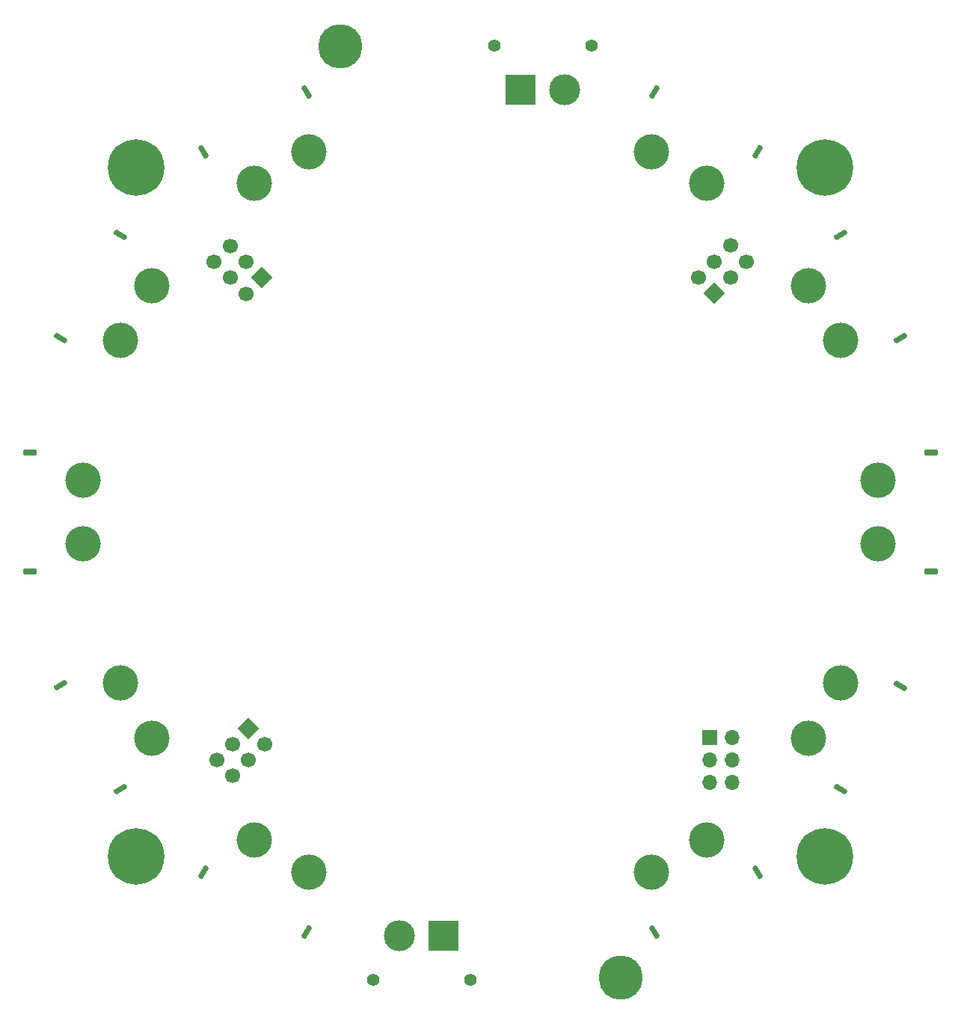
<source format=gbr>
%TF.GenerationSoftware,KiCad,Pcbnew,8.0.0*%
%TF.CreationDate,2024-06-13T18:26:09-04:00*%
%TF.ProjectId,PDB,5044422e-6b69-4636-9164-5f7063625858,rev?*%
%TF.SameCoordinates,Original*%
%TF.FileFunction,Soldermask,Top*%
%TF.FilePolarity,Negative*%
%FSLAX46Y46*%
G04 Gerber Fmt 4.6, Leading zero omitted, Abs format (unit mm)*
G04 Created by KiCad (PCBNEW 8.0.0) date 2024-06-13 18:26:09*
%MOMM*%
%LPD*%
G01*
G04 APERTURE LIST*
G04 Aperture macros list*
%AMRoundRect*
0 Rectangle with rounded corners*
0 $1 Rounding radius*
0 $2 $3 $4 $5 $6 $7 $8 $9 X,Y pos of 4 corners*
0 Add a 4 corners polygon primitive as box body*
4,1,4,$2,$3,$4,$5,$6,$7,$8,$9,$2,$3,0*
0 Add four circle primitives for the rounded corners*
1,1,$1+$1,$2,$3*
1,1,$1+$1,$4,$5*
1,1,$1+$1,$6,$7*
1,1,$1+$1,$8,$9*
0 Add four rect primitives between the rounded corners*
20,1,$1+$1,$2,$3,$4,$5,0*
20,1,$1+$1,$4,$5,$6,$7,0*
20,1,$1+$1,$6,$7,$8,$9,0*
20,1,$1+$1,$8,$9,$2,$3,0*%
%AMHorizOval*
0 Thick line with rounded ends*
0 $1 width*
0 $2 $3 position (X,Y) of the first rounded end (center of the circle)*
0 $4 $5 position (X,Y) of the second rounded end (center of the circle)*
0 Add line between two ends*
20,1,$1,$2,$3,$4,$5,0*
0 Add two circle primitives to create the rounded ends*
1,1,$1,$2,$3*
1,1,$1,$4,$5*%
%AMRotRect*
0 Rectangle, with rotation*
0 The origin of the aperture is its center*
0 $1 length*
0 $2 width*
0 $3 Rotation angle, in degrees counterclockwise*
0 Add horizontal line*
21,1,$1,$2,0,0,$3*%
G04 Aperture macros list end*
%ADD10C,6.400000*%
%ADD11RoundRect,0.150000X-0.637917X-0.195096X-0.487917X-0.454904X0.637917X0.195096X0.487917X0.454904X0*%
%ADD12C,4.000000*%
%ADD13RoundRect,0.150000X-0.650000X0.150000X-0.650000X-0.150000X0.650000X-0.150000X0.650000X0.150000X0*%
%ADD14RoundRect,0.150000X0.650000X-0.150000X0.650000X0.150000X-0.650000X0.150000X-0.650000X-0.150000X0*%
%ADD15RotRect,1.700000X1.700000X135.000000*%
%ADD16HorizOval,1.700000X0.000000X0.000000X0.000000X0.000000X0*%
%ADD17RoundRect,0.150000X-0.487917X0.454904X-0.637917X0.195096X0.487917X-0.454904X0.637917X-0.195096X0*%
%ADD18RotRect,1.700000X1.700000X315.000000*%
%ADD19HorizOval,1.700000X0.000000X0.000000X0.000000X0.000000X0*%
%ADD20C,1.400000*%
%ADD21R,3.500000X3.500000*%
%ADD22C,3.500000*%
%ADD23R,1.700000X1.700000*%
%ADD24O,1.700000X1.700000*%
%ADD25RoundRect,0.150000X-0.454904X-0.487917X-0.195096X-0.637917X0.454904X0.487917X0.195096X0.637917X0*%
%ADD26RotRect,1.700000X1.700000X225.000000*%
%ADD27HorizOval,1.700000X0.000000X0.000000X0.000000X0.000000X0*%
%ADD28RoundRect,0.150000X0.195096X-0.637917X0.454904X-0.487917X-0.195096X0.637917X-0.454904X0.487917X0*%
%ADD29RoundRect,0.150000X0.487917X-0.454904X0.637917X-0.195096X-0.487917X0.454904X-0.637917X0.195096X0*%
%ADD30RoundRect,0.150000X0.637917X0.195096X0.487917X0.454904X-0.637917X-0.195096X-0.487917X-0.454904X0*%
%ADD31RoundRect,0.150000X0.454904X0.487917X0.195096X0.637917X-0.454904X-0.487917X-0.195096X-0.637917X0*%
%ADD32RoundRect,0.150000X-0.195096X0.637917X-0.454904X0.487917X0.195096X-0.637917X0.454904X-0.487917X0*%
%ADD33C,5.000000*%
G04 APERTURE END LIST*
D10*
%TO.C,H3*%
X103780254Y-128455174D03*
%TD*%
D11*
%TO.C,J13*%
X95237742Y-109108693D03*
X101987742Y-120800035D03*
D12*
X105608894Y-115072055D03*
X102008894Y-108836673D03*
%TD*%
D10*
%TO.C,H2*%
X103780254Y-50455174D03*
%TD*%
D13*
%TO.C,J14*%
X91780254Y-82704306D03*
X91780254Y-96204306D03*
D12*
X97780254Y-93054306D03*
X97780254Y-85854306D03*
%TD*%
D14*
%TO.C,J9*%
X193780254Y-96205174D03*
X193780254Y-82705174D03*
D12*
X187780254Y-85855174D03*
X187780254Y-93055174D03*
%TD*%
D15*
%TO.C,J1*%
X169280254Y-64705174D03*
D16*
X167484203Y-62909123D03*
X171076305Y-62909123D03*
X169280254Y-61113072D03*
X172872356Y-61113072D03*
X171076305Y-59317020D03*
%TD*%
D17*
%TO.C,J15*%
X101988176Y-58108693D03*
X95238176Y-69800035D03*
D12*
X102009328Y-70072055D03*
X105609328Y-63836673D03*
%TD*%
D18*
%TO.C,J3*%
X116530254Y-113955174D03*
D19*
X118326305Y-115751225D03*
X114734203Y-115751225D03*
X116530254Y-117547276D03*
X112938152Y-117547276D03*
X114734203Y-119343328D03*
%TD*%
D20*
%TO.C,J6*%
X141636254Y-142461174D03*
X130636254Y-142461174D03*
D21*
X138636254Y-137461174D03*
D22*
X133636254Y-137461174D03*
%TD*%
D23*
%TO.C,J2*%
X168780254Y-114955174D03*
D24*
X171320254Y-114955174D03*
X168780254Y-117495174D03*
X171320254Y-117495174D03*
X168780254Y-120035174D03*
X171320254Y-120035174D03*
%TD*%
D10*
%TO.C,H5*%
X181780254Y-128455174D03*
%TD*%
D25*
%TO.C,J12*%
X111434207Y-130246818D03*
X123125549Y-136996818D03*
D12*
X123397569Y-130225666D03*
X117162187Y-126625666D03*
%TD*%
D26*
%TO.C,J4*%
X118030254Y-62955174D03*
D27*
X116234203Y-64751225D03*
X116234203Y-61159123D03*
X114438152Y-62955174D03*
X114438152Y-59363072D03*
X112642100Y-61159123D03*
%TD*%
D10*
%TO.C,H6*%
X181780254Y-50455174D03*
%TD*%
D20*
%TO.C,J5*%
X144352254Y-36703174D03*
X155352254Y-36703174D03*
D21*
X147352254Y-41703174D03*
D22*
X152352254Y-41703174D03*
%TD*%
D28*
%TO.C,J11*%
X162434207Y-136997252D03*
X174125549Y-130247252D03*
D12*
X168397569Y-126626100D03*
X162162187Y-130226100D03*
%TD*%
D29*
%TO.C,J10*%
X183572332Y-120800787D03*
X190322332Y-109109445D03*
D12*
X183551180Y-108837425D03*
X179951180Y-115072807D03*
%TD*%
D30*
%TO.C,J8*%
X190322766Y-69800787D03*
X183572766Y-58109445D03*
D12*
X179951614Y-63837425D03*
X183551614Y-70072807D03*
%TD*%
D31*
%TO.C,J7*%
X174126301Y-48662662D03*
X162434959Y-41912662D03*
D12*
X162162939Y-48683814D03*
X168398321Y-52283814D03*
%TD*%
D32*
%TO.C,J16*%
X123126301Y-41912228D03*
X111434959Y-48662228D03*
D12*
X117162939Y-52283380D03*
X123398321Y-48683380D03*
%TD*%
D33*
%TO.C,H4*%
X158655254Y-142160174D03*
%TD*%
%TO.C,H1*%
X126905254Y-36750174D03*
%TD*%
M02*

</source>
